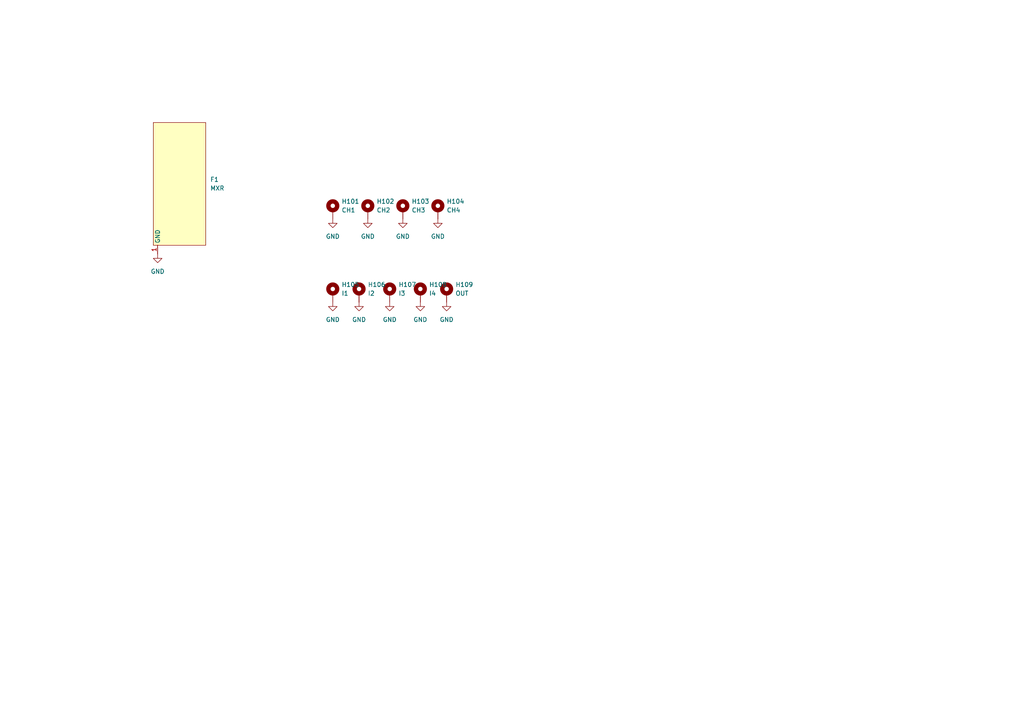
<source format=kicad_sch>
(kicad_sch (version 20211123) (generator eeschema)
  (paper "A4")
  (lib_symbols
    (symbol "Mechanical:MountingHole_Pad" (pin_numbers hide) (pin_names (offset 1.016) hide)
      (property "Reference" "H" (at 0 6.35 0))
      (property "Value" "MountingHole_Pad" (at 0 4.445 0))
      (symbol "MountingHole_Pad_0_1"
        (circle (center 0 1.27) (radius 1.27) (stroke (width 1.27)))
      )
      (symbol "MountingHole_Pad_1_1"
        (pin input line (at 0 -2.54 90) (length 2.54) (name "1") (number "1"))
      )
    )
    (symbol "WITNS_EURORACK:FACEPLATE"
      (property "Reference" "U" (at 0 19.05 0))
      (property "Value" "FACEPLATE" (at 0 -19.05 0))
      (symbol "FACEPLATE_0_1"
        (rectangle (start -7.62 17.78) (end 7.62 -17.78) (fill (type background)))
      )
      (symbol "FACEPLATE_1_1"
        (pin power_in line (at -6.35 -20.32 90) (length 2.54) (name "GND") (number "1"))
      )
    )
    (symbol "power:GND" (power) (pin_names (offset 0))
      (property "Value" "GND" (at 0 -3.81 0))
      (symbol "GND_0_1"
        (polyline (pts (xy 0 0) (xy 0 -1.27) (xy 1.27 -1.27) (xy 0 -2.54) (xy -1.27 -1.27) (xy 0 -1.27)))
      )
      (symbol "GND_1_1"
        (pin power_in line (at 0 0 270) (length 0) hide (name "GND") (number "1"))
      )
    )
  )
  (symbol (lib_id "power:GND") (at 121.92 87.63 0) (unit 1)
    (property "Reference" "#PWR0107" (effects hide))
    (property "Value" "GND" (at 121.92 92.71 0))
  )
  (symbol (lib_id "Mechanical:MountingHole_Pad") (at 113.03 85.09 0) (unit 1)
    (property "Reference" "H107" (at 115.57 82.5499 0) (effects (justify left)))
    (property "Value" "I3" (at 115.57 85.0899 0) (effects (justify left)))
    (property "Footprint" "WITNS:Thonkiconn_6.4mm_M6_Pad_Via" (effects hide))
  )
  (symbol (lib_id "power:GND") (at 129.54 87.63 0) (unit 1)
    (property "Reference" "#PWR0106" (effects hide))
    (property "Value" "GND" (at 129.54 92.71 0))
  )
  (symbol (lib_id "Mechanical:MountingHole_Pad") (at 96.52 60.96 0) (unit 1)
    (property "Reference" "H101" (at 99.06 58.4199 0) (effects (justify left)))
    (property "Value" "CH1" (at 99.06 60.9599 0) (effects (justify left)))
    (property "Footprint" "WITNS:PotentiometerHole_7.4mm_M7_Pad_Via" (effects hide))
  )
  (symbol (lib_id "Mechanical:MountingHole_Pad") (at 104.14 85.09 0) (unit 1)
    (property "Reference" "H106" (at 106.68 82.5499 0) (effects (justify left)))
    (property "Value" "I2" (at 106.68 85.0899 0) (effects (justify left)))
    (property "Footprint" "WITNS:Thonkiconn_6.4mm_M6_Pad_Via" (effects hide))
  )
  (symbol (lib_id "Mechanical:MountingHole_Pad") (at 127 60.96 0) (unit 1)
    (property "Reference" "H104" (at 129.54 58.4199 0) (effects (justify left)))
    (property "Value" "CH4" (at 129.54 60.9599 0) (effects (justify left)))
    (property "Footprint" "WITNS:PotentiometerHole_7.4mm_M7_Pad_Via" (effects hide))
  )
  (symbol (lib_id "Mechanical:MountingHole_Pad") (at 96.52 85.09 0) (unit 1)
    (property "Reference" "H105" (at 99.06 82.5499 0) (effects (justify left)))
    (property "Value" "I1" (at 99.06 85.0899 0) (effects (justify left)))
    (property "Footprint" "WITNS:Thonkiconn_6.4mm_M6_Pad_Via" (effects hide))
  )
  (symbol (lib_id "Mechanical:MountingHole_Pad") (at 106.68 60.96 0) (unit 1)
    (property "Reference" "H102" (at 109.22 58.4199 0) (effects (justify left)))
    (property "Value" "CH2" (at 109.22 60.9599 0) (effects (justify left)))
    (property "Footprint" "WITNS:PotentiometerHole_7.4mm_M7_Pad_Via" (effects hide))
  )
  (symbol (lib_id "power:GND") (at 127 63.5 0) (unit 1)
    (property "Reference" "#PWR0105" (effects hide))
    (property "Value" "GND" (at 127 68.58 0))
  )
  (symbol (lib_id "power:GND") (at 104.14 87.63 0) (unit 1)
    (property "Reference" "#PWR0108" (effects hide))
    (property "Value" "GND" (at 104.14 92.71 0))
  )
  (symbol (lib_id "power:GND") (at 45.72 73.66 0) (unit 1)
    (property "Reference" "#PWR0101" (effects hide))
    (property "Value" "GND" (at 45.72 78.74 0))
  )
  (symbol (lib_id "WITNS_EURORACK:FACEPLATE") (at 52.07 53.34 0) (unit 1)
    (property "Reference" "F1" (at 60.96 52.0699 0) (effects (justify left)))
    (property "Value" "MXR" (at 60.96 54.6099 0) (effects (justify left)))
    (property "Footprint" "WITNS:FACEPLATE_4HP" (effects hide))
  )
  (symbol (lib_id "power:GND") (at 96.52 87.63 0) (unit 1)
    (property "Reference" "#PWR0110" (effects hide))
    (property "Value" "GND" (at 96.52 92.71 0))
  )
  (symbol (lib_id "Mechanical:MountingHole_Pad") (at 121.92 85.09 0) (unit 1)
    (property "Reference" "H108" (at 124.46 82.5499 0) (effects (justify left)))
    (property "Value" "I4" (at 124.46 85.0899 0) (effects (justify left)))
    (property "Footprint" "WITNS:Thonkiconn_6.4mm_M6_Pad_Via" (effects hide))
  )
  (symbol (lib_id "power:GND") (at 96.52 63.5 0) (unit 1)
    (property "Reference" "#PWR0102" (effects hide))
    (property "Value" "GND" (at 96.52 68.58 0))
  )
  (symbol (lib_id "power:GND") (at 113.03 87.63 0) (unit 1)
    (property "Reference" "#PWR0109" (effects hide))
    (property "Value" "GND" (at 113.03 92.71 0))
  )
  (symbol (lib_id "power:GND") (at 116.84 63.5 0) (unit 1)
    (property "Reference" "#PWR0103" (effects hide))
    (property "Value" "GND" (at 116.84 68.58 0))
  )
  (symbol (lib_id "Mechanical:MountingHole_Pad") (at 116.84 60.96 0) (unit 1)
    (property "Reference" "H103" (at 119.38 58.4199 0) (effects (justify left)))
    (property "Value" "CH3" (at 119.38 60.9599 0) (effects (justify left)))
    (property "Footprint" "WITNS:PotentiometerHole_7.4mm_M7_Pad_Via" (effects hide))
  )
  (symbol (lib_id "Mechanical:MountingHole_Pad") (at 129.54 85.09 0) (unit 1)
    (property "Reference" "H109" (at 132.08 82.5499 0) (effects (justify left)))
    (property "Value" "OUT" (at 132.08 85.0899 0) (effects (justify left)))
    (property "Footprint" "WITNS:Thonkiconn_6.4mm_M6_Pad_Via" (effects hide))
  )
  (symbol (lib_id "power:GND") (at 106.68 63.5 0) (unit 1)
    (property "Reference" "#PWR0104" (effects hide))
    (property "Value" "GND" (at 106.68 68.58 0))
  )
)
</source>
